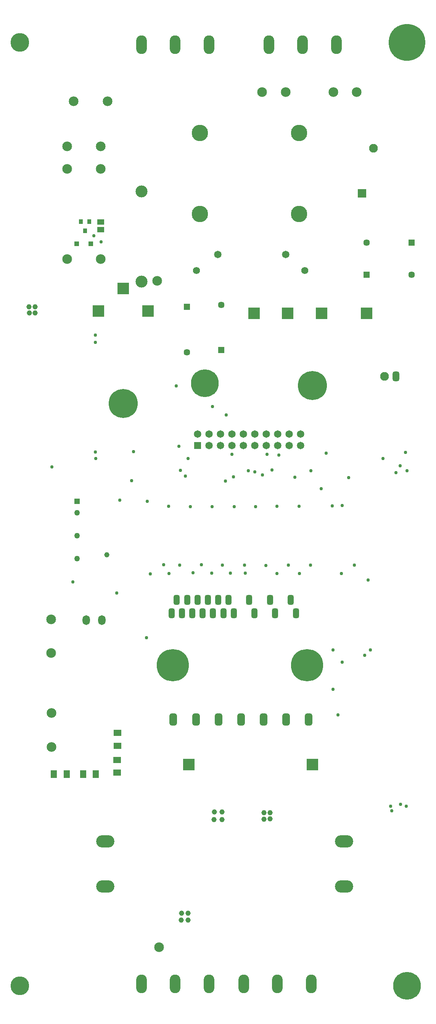
<source format=gbs>
G04*
G04 #@! TF.GenerationSoftware,Altium Limited,Altium Designer,20.0.13 (296)*
G04*
G04 Layer_Color=16711935*
%FSLAX44Y44*%
%MOMM*%
G71*
G01*
G75*
%ADD26R,1.5000X1.3000*%
%ADD28R,1.3500X1.8000*%
%ADD38R,1.6500X1.6500*%
%ADD39C,1.6500*%
%ADD40C,2.1500*%
%ADD41C,1.9500*%
%ADD42R,1.9500X1.9500*%
%ADD43C,6.4500*%
%ADD44R,2.5500X2.5500*%
%ADD45R,2.6500X2.6500*%
%ADD46C,1.4500*%
%ADD47R,1.4500X1.4500*%
%ADD48O,2.3500X4.1500*%
%ADD49C,7.1500*%
G04:AMPARAMS|DCode=50|XSize=2.65mm|YSize=1.65mm|CornerRadius=0.45mm|HoleSize=0mm|Usage=FLASHONLY|Rotation=270.000|XOffset=0mm|YOffset=0mm|HoleType=Round|Shape=RoundedRectangle|*
%AMROUNDEDRECTD50*
21,1,2.6500,0.7500,0,0,270.0*
21,1,1.7500,1.6500,0,0,270.0*
1,1,0.9000,-0.3750,-0.8750*
1,1,0.9000,-0.3750,0.8750*
1,1,0.9000,0.3750,0.8750*
1,1,0.9000,0.3750,-0.8750*
%
%ADD50ROUNDEDRECTD50*%
G04:AMPARAMS|DCode=51|XSize=2.15mm|YSize=1.35mm|CornerRadius=0.375mm|HoleSize=0mm|Usage=FLASHONLY|Rotation=270.000|XOffset=0mm|YOffset=0mm|HoleType=Round|Shape=RoundedRectangle|*
%AMROUNDEDRECTD51*
21,1,2.1500,0.6000,0,0,270.0*
21,1,1.4000,1.3500,0,0,270.0*
1,1,0.7500,-0.3000,-0.7000*
1,1,0.7500,-0.3000,0.7000*
1,1,0.7500,0.3000,0.7000*
1,1,0.7500,0.3000,-0.7000*
%
%ADD51ROUNDEDRECTD51*%
%ADD52R,1.4500X1.4500*%
%ADD53C,1.5750*%
%ADD54C,1.2700*%
%ADD55R,1.2700X1.2700*%
%ADD56C,3.6500*%
G04:AMPARAMS|DCode=57|XSize=2.15mm|YSize=1.45mm|CornerRadius=0.4mm|HoleSize=0mm|Usage=FLASHONLY|Rotation=270.000|XOffset=0mm|YOffset=0mm|HoleType=Round|Shape=RoundedRectangle|*
%AMROUNDEDRECTD57*
21,1,2.1500,0.6500,0,0,270.0*
21,1,1.3500,1.4500,0,0,270.0*
1,1,0.8000,-0.3250,-0.6750*
1,1,0.8000,-0.3250,0.6750*
1,1,0.8000,0.3250,0.6750*
1,1,0.8000,0.3250,-0.6750*
%
%ADD57ROUNDEDRECTD57*%
%ADD58O,4.0500X2.7500*%
%ADD59C,6.1500*%
%ADD60C,8.1500*%
%ADD61C,4.1500*%
%ADD62O,1.6500X2.1500*%
%ADD63C,2.6500*%
%ADD64C,0.7500*%
%ADD65C,1.1500*%
%ADD120R,1.8000X1.3500*%
%ADD121R,0.9500X1.0500*%
%ADD122R,1.0500X1.1000*%
D26*
X110000Y1702750D02*
D03*
Y1685250D02*
D03*
D28*
X99000Y479000D02*
D03*
X71000D02*
D03*
X34000D02*
D03*
X6000D02*
D03*
D38*
X325100Y1207100D02*
D03*
D39*
X350500D02*
D03*
X375900D02*
D03*
X401300D02*
D03*
X426700D02*
D03*
X452100D02*
D03*
X477500D02*
D03*
X502900D02*
D03*
X528300D02*
D03*
X553700D02*
D03*
Y1232500D02*
D03*
X528300D02*
D03*
X502900D02*
D03*
X477500D02*
D03*
X452100D02*
D03*
X426700D02*
D03*
X401300D02*
D03*
X375900D02*
D03*
X350500D02*
D03*
X325100D02*
D03*
X520000Y1630000D02*
D03*
X370000D02*
D03*
D40*
X239000Y95000D02*
D03*
X235000Y1572000D02*
D03*
X110000Y1820000D02*
D03*
Y1870000D02*
D03*
X35000D02*
D03*
Y1820000D02*
D03*
Y1620000D02*
D03*
X110000D02*
D03*
X500Y539250D02*
D03*
Y614250D02*
D03*
X0Y747000D02*
D03*
Y822000D02*
D03*
X468000Y1990000D02*
D03*
X520000D02*
D03*
X678000D02*
D03*
X626000D02*
D03*
X125000Y1970000D02*
D03*
X50000D02*
D03*
D41*
X715000Y1866000D02*
D03*
X740000Y1360000D02*
D03*
D42*
X690000Y1766000D02*
D03*
D43*
X580000Y1340000D02*
D03*
X160000Y1300000D02*
D03*
D44*
X700000Y1500000D02*
D03*
X600000D02*
D03*
X525000D02*
D03*
X450000D02*
D03*
D45*
X105000Y1505000D02*
D03*
X160000Y1555000D02*
D03*
X215000Y1505000D02*
D03*
X305000Y500000D02*
D03*
X580000D02*
D03*
D46*
X301000Y1414000D02*
D03*
X800000Y1585205D02*
D03*
X700000Y1656978D02*
D03*
X377000Y1519000D02*
D03*
D47*
X301000Y1514000D02*
D03*
X377000Y1419000D02*
D03*
D48*
X633000Y2095000D02*
D03*
X558000D02*
D03*
X483000D02*
D03*
X350000D02*
D03*
X275000D02*
D03*
X200000D02*
D03*
X350000Y14000D02*
D03*
X275000D02*
D03*
X200000D02*
D03*
X577000D02*
D03*
X502000D02*
D03*
X427000D02*
D03*
D49*
X270000Y720000D02*
D03*
X568000D02*
D03*
D50*
X571000Y600000D02*
D03*
X521000D02*
D03*
X471000D02*
D03*
X421000D02*
D03*
X371000D02*
D03*
X321000D02*
D03*
X271000D02*
D03*
D51*
X267000Y835000D02*
D03*
X278500Y865000D02*
D03*
X290000Y835000D02*
D03*
X301500Y865000D02*
D03*
X313000Y835000D02*
D03*
X324500Y865000D02*
D03*
X336000Y835000D02*
D03*
X347500Y865000D02*
D03*
X359000Y835000D02*
D03*
X370500Y865000D02*
D03*
X382000Y835000D02*
D03*
X393500Y865000D02*
D03*
X405000Y835000D02*
D03*
X439500Y865000D02*
D03*
X451000Y835000D02*
D03*
X485500Y865000D02*
D03*
X497000Y835000D02*
D03*
X531500Y865000D02*
D03*
X543000Y835000D02*
D03*
D52*
X700000Y1585205D02*
D03*
X800000Y1656978D02*
D03*
D53*
X322500Y1595000D02*
D03*
X562500D02*
D03*
D54*
X57500Y956150D02*
D03*
Y1006950D02*
D03*
Y1057750D02*
D03*
D55*
Y1083150D02*
D03*
D56*
X550000Y1720000D02*
D03*
X330000D02*
D03*
X550000Y1900000D02*
D03*
X330000D02*
D03*
D57*
X765000Y1360000D02*
D03*
D58*
X650000Y230000D02*
D03*
Y330000D02*
D03*
X120000Y230000D02*
D03*
Y330000D02*
D03*
D59*
X790000Y10000D02*
D03*
X341000Y1345000D02*
D03*
D60*
X790000Y2100000D02*
D03*
D61*
X-70000D02*
D03*
Y10000D02*
D03*
D62*
X77500Y820000D02*
D03*
X112500D02*
D03*
D63*
X200000Y1570000D02*
D03*
Y1770000D02*
D03*
D64*
X261422Y923172D02*
D03*
X220000Y923000D02*
D03*
X479000Y1188000D02*
D03*
X401000D02*
D03*
X774000Y1162000D02*
D03*
X358000Y1293000D02*
D03*
X786000Y1192000D02*
D03*
X790000Y1151000D02*
D03*
X788000Y408000D02*
D03*
X775000Y412000D02*
D03*
X756000Y398000D02*
D03*
X599000Y1111000D02*
D03*
X152000Y1086000D02*
D03*
X660000Y1136000D02*
D03*
X541000Y1137000D02*
D03*
X610000Y1190000D02*
D03*
X505000Y1186000D02*
D03*
X576000Y1151000D02*
D03*
X490000Y1153000D02*
D03*
X469000Y1142000D02*
D03*
X178000Y1129000D02*
D03*
X452100Y1148443D02*
D03*
X387000Y1128000D02*
D03*
X388000Y1275000D02*
D03*
X404000Y1138000D02*
D03*
X298000Y1139000D02*
D03*
X287000Y1152000D02*
D03*
X437000Y1151000D02*
D03*
X765000Y1147000D02*
D03*
X753000Y408000D02*
D03*
X736243Y1178007D02*
D03*
X636000Y610000D02*
D03*
X277000Y1339000D02*
D03*
X97750Y1451750D02*
D03*
X98000Y1435500D02*
D03*
X98250Y1192500D02*
D03*
X1750Y1159500D02*
D03*
X47500Y904500D02*
D03*
X549750Y1072250D02*
D03*
X501250D02*
D03*
X453250Y1072000D02*
D03*
X405750Y1071750D02*
D03*
X356750Y1072000D02*
D03*
X308750D02*
D03*
X260500Y1072250D02*
D03*
X623250Y1073250D02*
D03*
X645250Y1074250D02*
D03*
X212750Y1083750D02*
D03*
X99000Y1178250D02*
D03*
X303750Y1178500D02*
D03*
X182500Y1193750D02*
D03*
X94500Y1671500D02*
D03*
X110750Y1658250D02*
D03*
X283250Y1205250D02*
D03*
X249250Y943000D02*
D03*
X285000Y942000D02*
D03*
X333500Y942750D02*
D03*
X379500Y942000D02*
D03*
X429250D02*
D03*
X476250Y941250D02*
D03*
X526250Y942000D02*
D03*
X575000Y941750D02*
D03*
X314750Y924750D02*
D03*
X356000Y924000D02*
D03*
X431000Y924250D02*
D03*
X397500Y924500D02*
D03*
X500750Y923500D02*
D03*
X550500Y923250D02*
D03*
X644000Y923500D02*
D03*
X646000Y727000D02*
D03*
X696000Y742000D02*
D03*
X703000Y909000D02*
D03*
X673000Y942000D02*
D03*
X708000Y754000D02*
D03*
X625000D02*
D03*
X625498Y666498D02*
D03*
X145000Y880000D02*
D03*
X211000Y781000D02*
D03*
D65*
X-48500Y1501000D02*
D03*
X-49250Y1514500D02*
D03*
X-35750Y1501250D02*
D03*
Y1514000D02*
D03*
X123635Y965135D02*
D03*
X361000Y378000D02*
D03*
X472000Y379000D02*
D03*
X486000Y380000D02*
D03*
Y393000D02*
D03*
X472000D02*
D03*
X379000Y378000D02*
D03*
Y395000D02*
D03*
X362000D02*
D03*
X303707Y155730D02*
D03*
X288707D02*
D03*
X303707Y170730D02*
D03*
X289000Y171000D02*
D03*
D120*
X147000Y570000D02*
D03*
Y542000D02*
D03*
X146000Y510000D02*
D03*
Y482000D02*
D03*
D121*
X75000Y1683000D02*
D03*
X84500Y1703000D02*
D03*
X65500D02*
D03*
D122*
X56250Y1654000D02*
D03*
X87750D02*
D03*
M02*

</source>
